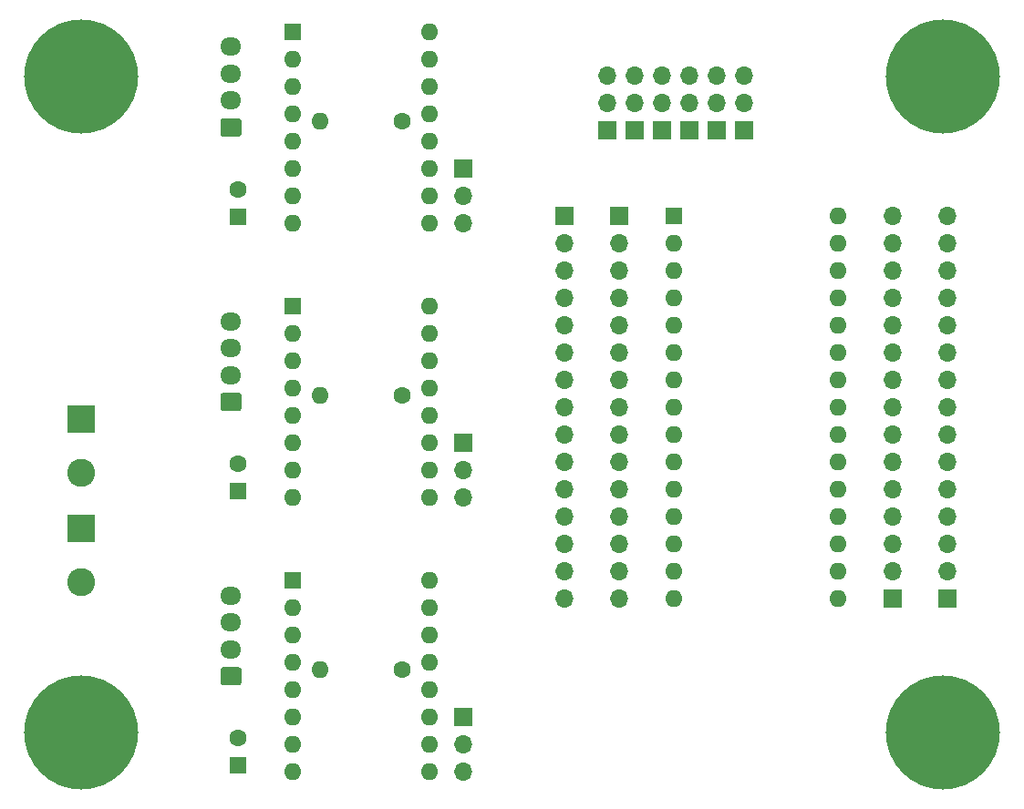
<source format=gbs>
G04 #@! TF.GenerationSoftware,KiCad,Pcbnew,5.1.10*
G04 #@! TF.CreationDate,2021-06-04T18:55:33-05:00*
G04 #@! TF.ProjectId,Multiboard,4d756c74-6962-46f6-9172-642e6b696361,rev?*
G04 #@! TF.SameCoordinates,Original*
G04 #@! TF.FileFunction,Soldermask,Bot*
G04 #@! TF.FilePolarity,Negative*
%FSLAX46Y46*%
G04 Gerber Fmt 4.6, Leading zero omitted, Abs format (unit mm)*
G04 Created by KiCad (PCBNEW 5.1.10) date 2021-06-04 18:55:33*
%MOMM*%
%LPD*%
G01*
G04 APERTURE LIST*
%ADD10R,2.600000X2.600000*%
%ADD11C,2.600000*%
%ADD12R,1.700000X1.700000*%
%ADD13O,1.700000X1.700000*%
%ADD14C,1.600000*%
%ADD15R,1.600000X1.600000*%
%ADD16O,1.950000X1.700000*%
%ADD17O,1.600000X1.600000*%
%ADD18C,0.900000*%
%ADD19C,10.600000*%
G04 APERTURE END LIST*
D10*
X120240000Y-107580000D03*
D11*
X120240000Y-112580000D03*
D10*
X120240000Y-97445000D03*
D11*
X120240000Y-102445000D03*
D12*
X171580000Y-70580000D03*
D13*
X171580000Y-68040000D03*
X171580000Y-65500000D03*
D12*
X169040000Y-70580000D03*
D13*
X169040000Y-68040000D03*
X169040000Y-65500000D03*
D12*
X176660000Y-70580000D03*
D13*
X176660000Y-68040000D03*
X176660000Y-65500000D03*
D12*
X179200000Y-70580000D03*
D13*
X179200000Y-68040000D03*
X179200000Y-65500000D03*
D12*
X181740000Y-70580000D03*
D13*
X181740000Y-68040000D03*
X181740000Y-65500000D03*
D12*
X174120000Y-70580000D03*
D13*
X174120000Y-68040000D03*
X174120000Y-65500000D03*
D14*
X134760000Y-127095000D03*
D15*
X134760000Y-129595000D03*
D16*
X134125000Y-113840000D03*
X134125000Y-116340000D03*
X134125000Y-118840000D03*
G36*
G01*
X134850000Y-122190000D02*
X133400000Y-122190000D01*
G75*
G02*
X133150000Y-121940000I0J250000D01*
G01*
X133150000Y-120740000D01*
G75*
G02*
X133400000Y-120490000I250000J0D01*
G01*
X134850000Y-120490000D01*
G75*
G02*
X135100000Y-120740000I0J-250000D01*
G01*
X135100000Y-121940000D01*
G75*
G02*
X134850000Y-122190000I-250000J0D01*
G01*
G37*
D17*
X152540000Y-112450000D03*
X139840000Y-130230000D03*
X152540000Y-114990000D03*
X139840000Y-127690000D03*
X152540000Y-117530000D03*
X139840000Y-125150000D03*
X152540000Y-120070000D03*
X139840000Y-122610000D03*
X152540000Y-122610000D03*
X139840000Y-120070000D03*
X152540000Y-125150000D03*
X139840000Y-117530000D03*
X152540000Y-127690000D03*
X139840000Y-114990000D03*
X152540000Y-130230000D03*
D15*
X139840000Y-112450000D03*
D13*
X155715000Y-130230000D03*
X155715000Y-127690000D03*
D12*
X155715000Y-125150000D03*
D17*
X142380000Y-120705000D03*
D14*
X150000000Y-120705000D03*
X134760000Y-101595000D03*
D15*
X134760000Y-104095000D03*
D17*
X152540000Y-86950000D03*
X139840000Y-104730000D03*
X152540000Y-89490000D03*
X139840000Y-102190000D03*
X152540000Y-92030000D03*
X139840000Y-99650000D03*
X152540000Y-94570000D03*
X139840000Y-97110000D03*
X152540000Y-97110000D03*
X139840000Y-94570000D03*
X152540000Y-99650000D03*
X139840000Y-92030000D03*
X152540000Y-102190000D03*
X139840000Y-89490000D03*
X152540000Y-104730000D03*
D15*
X139840000Y-86950000D03*
D17*
X142380000Y-95205000D03*
D14*
X150000000Y-95205000D03*
D16*
X134125000Y-88340000D03*
X134125000Y-90840000D03*
X134125000Y-93340000D03*
G36*
G01*
X134850000Y-96690000D02*
X133400000Y-96690000D01*
G75*
G02*
X133150000Y-96440000I0J250000D01*
G01*
X133150000Y-95240000D01*
G75*
G02*
X133400000Y-94990000I250000J0D01*
G01*
X134850000Y-94990000D01*
G75*
G02*
X135100000Y-95240000I0J-250000D01*
G01*
X135100000Y-96440000D01*
G75*
G02*
X134850000Y-96690000I-250000J0D01*
G01*
G37*
D13*
X155715000Y-104730000D03*
X155715000Y-102190000D03*
D12*
X155715000Y-99650000D03*
D18*
X203050749Y-123769251D03*
X200240000Y-122605000D03*
X197429251Y-123769251D03*
X196265000Y-126580000D03*
X197429251Y-129390749D03*
X200240000Y-130555000D03*
X203050749Y-129390749D03*
X204215000Y-126580000D03*
D19*
X200240000Y-126580000D03*
D18*
X123050749Y-123769251D03*
X120240000Y-122605000D03*
X117429251Y-123769251D03*
X116265000Y-126580000D03*
X117429251Y-129390749D03*
X120240000Y-130555000D03*
X123050749Y-129390749D03*
X124215000Y-126580000D03*
D19*
X120240000Y-126580000D03*
D18*
X203050749Y-62769251D03*
X200240000Y-61605000D03*
X197429251Y-62769251D03*
X196265000Y-65580000D03*
X197429251Y-68390749D03*
X200240000Y-69555000D03*
X203050749Y-68390749D03*
X204215000Y-65580000D03*
D19*
X200240000Y-65580000D03*
D18*
X123050749Y-62769251D03*
X120240000Y-61605000D03*
X117429251Y-62769251D03*
X116265000Y-65580000D03*
X117429251Y-68390749D03*
X120240000Y-69555000D03*
X123050749Y-68390749D03*
X124215000Y-65580000D03*
D19*
X120240000Y-65580000D03*
D15*
X134760000Y-78595000D03*
D14*
X134760000Y-76095000D03*
X150000000Y-69705000D03*
D17*
X142380000Y-69705000D03*
G36*
G01*
X134850000Y-71190000D02*
X133400000Y-71190000D01*
G75*
G02*
X133150000Y-70940000I0J250000D01*
G01*
X133150000Y-69740000D01*
G75*
G02*
X133400000Y-69490000I250000J0D01*
G01*
X134850000Y-69490000D01*
G75*
G02*
X135100000Y-69740000I0J-250000D01*
G01*
X135100000Y-70940000D01*
G75*
G02*
X134850000Y-71190000I-250000J0D01*
G01*
G37*
D16*
X134125000Y-67840000D03*
X134125000Y-65340000D03*
X134125000Y-62840000D03*
D12*
X155715000Y-74150000D03*
D13*
X155715000Y-76690000D03*
X155715000Y-79230000D03*
D15*
X139840000Y-61450000D03*
D17*
X152540000Y-79230000D03*
X139840000Y-63990000D03*
X152540000Y-76690000D03*
X139840000Y-66530000D03*
X152540000Y-74150000D03*
X139840000Y-69070000D03*
X152540000Y-71610000D03*
X139840000Y-71610000D03*
X152540000Y-69070000D03*
X139840000Y-74150000D03*
X152540000Y-66530000D03*
X139840000Y-76690000D03*
X152540000Y-63990000D03*
X139840000Y-79230000D03*
X152540000Y-61450000D03*
X190480000Y-114140000D03*
X175240000Y-114140000D03*
X190480000Y-78580000D03*
X175240000Y-111600000D03*
X190480000Y-81120000D03*
X175240000Y-109060000D03*
X190480000Y-83660000D03*
X175240000Y-106520000D03*
X190480000Y-86200000D03*
X175240000Y-103980000D03*
X190480000Y-88740000D03*
X175240000Y-101440000D03*
X190480000Y-91280000D03*
X175240000Y-98900000D03*
X190480000Y-93820000D03*
X175240000Y-96360000D03*
X190480000Y-96360000D03*
X175240000Y-93820000D03*
X190480000Y-98900000D03*
X175240000Y-91280000D03*
X190480000Y-101440000D03*
X175240000Y-88740000D03*
X190480000Y-103980000D03*
X175240000Y-86200000D03*
X190480000Y-106520000D03*
X175240000Y-83660000D03*
X190480000Y-109060000D03*
X175240000Y-81120000D03*
X190480000Y-111600000D03*
D15*
X175240000Y-78580000D03*
D13*
X200640000Y-78580000D03*
X200640000Y-81120000D03*
X200640000Y-83660000D03*
X200640000Y-86200000D03*
X200640000Y-88740000D03*
X200640000Y-91280000D03*
X200640000Y-93820000D03*
X200640000Y-96360000D03*
X200640000Y-98900000D03*
X200640000Y-101440000D03*
X200640000Y-103980000D03*
X200640000Y-106520000D03*
X200640000Y-109060000D03*
X200640000Y-111600000D03*
D12*
X200640000Y-114140000D03*
D13*
X165080000Y-114140000D03*
X165080000Y-111600000D03*
X165080000Y-109060000D03*
X165080000Y-106520000D03*
X165080000Y-103980000D03*
X165080000Y-101440000D03*
X165080000Y-98900000D03*
X165080000Y-96360000D03*
X165080000Y-93820000D03*
X165080000Y-91280000D03*
X165080000Y-88740000D03*
X165080000Y-86200000D03*
X165080000Y-83660000D03*
X165080000Y-81120000D03*
D12*
X165080000Y-78580000D03*
D13*
X195560000Y-78580000D03*
X195560000Y-81120000D03*
X195560000Y-83660000D03*
X195560000Y-86200000D03*
X195560000Y-88740000D03*
X195560000Y-91280000D03*
X195560000Y-93820000D03*
X195560000Y-96360000D03*
X195560000Y-98900000D03*
X195560000Y-101440000D03*
X195560000Y-103980000D03*
X195560000Y-106520000D03*
X195560000Y-109060000D03*
X195560000Y-111600000D03*
D12*
X195560000Y-114140000D03*
D13*
X170160000Y-114140000D03*
X170160000Y-111600000D03*
X170160000Y-109060000D03*
X170160000Y-106520000D03*
X170160000Y-103980000D03*
X170160000Y-101440000D03*
X170160000Y-98900000D03*
X170160000Y-96360000D03*
X170160000Y-93820000D03*
X170160000Y-91280000D03*
X170160000Y-88740000D03*
X170160000Y-86200000D03*
X170160000Y-83660000D03*
X170160000Y-81120000D03*
D12*
X170160000Y-78580000D03*
M02*

</source>
